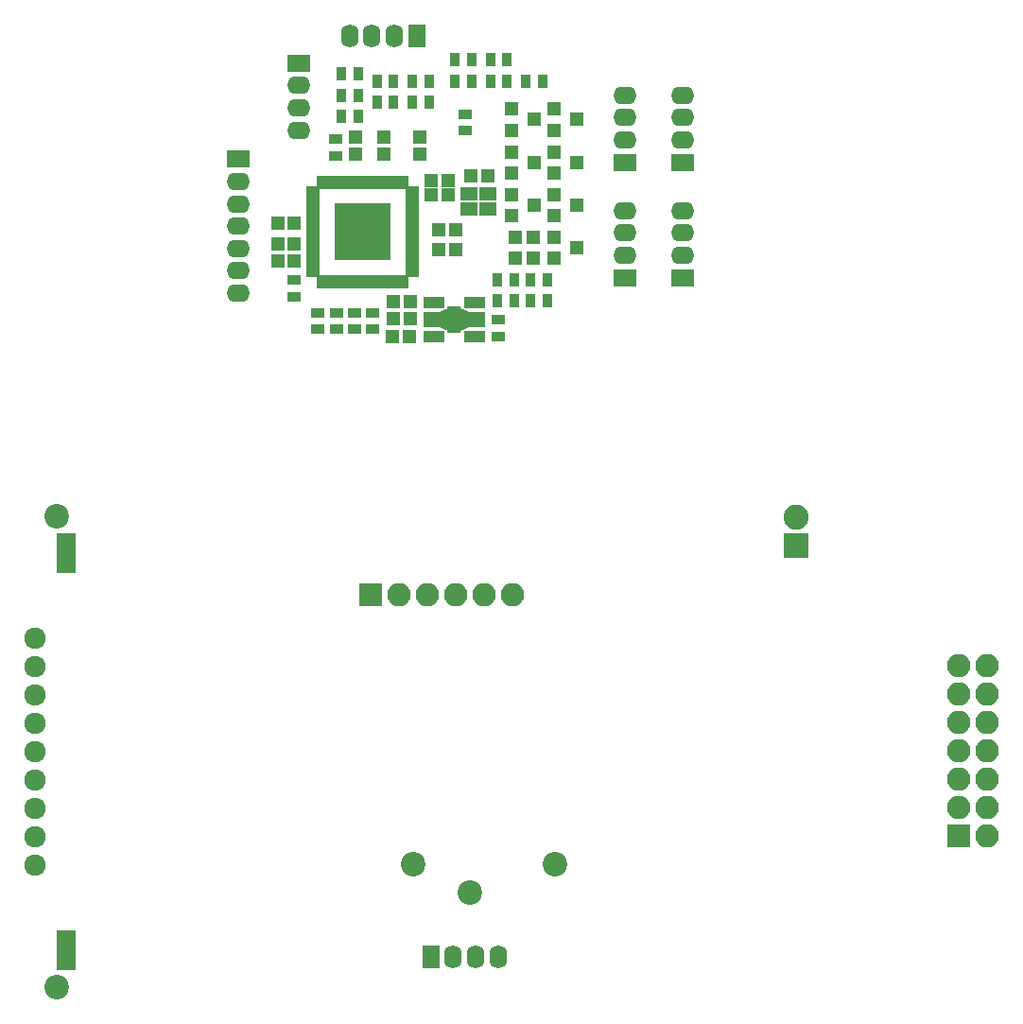
<source format=gts>
G04 #@! TF.FileFunction,Legend,Top*
%FSLAX46Y46*%
G04 Gerber Fmt 4.6, Leading zero omitted, Abs format (unit mm)*
G04 Created by KiCad (PCBNEW 4.0.7) date *
%MOMM*%
%LPD*%
G01*
G04 APERTURE LIST*
%ADD10C,0.100000*%
%ADD11R,2.100000X1.600000*%
%ADD12O,2.100000X1.600000*%
%ADD13R,1.600000X2.100000*%
%ADD14O,1.600000X2.100000*%
%ADD15R,1.300000X0.900000*%
%ADD16R,1.200000X1.150000*%
%ADD17R,1.150000X1.200000*%
%ADD18R,1.200000X1.200000*%
%ADD19R,1.300000X1.200000*%
%ADD20R,0.900000X1.300000*%
%ADD21R,1.900000X1.100000*%
%ADD22R,1.900000X1.400000*%
%ADD23R,1.200000X2.400000*%
%ADD24R,0.650000X1.250000*%
%ADD25R,0.700000X1.250000*%
%ADD26R,0.700000X1.200000*%
%ADD27R,1.200000X0.650000*%
%ADD28R,1.250000X0.700000*%
%ADD29R,1.250000X0.650000*%
%ADD30R,0.650000X1.200000*%
%ADD31R,2.750000X2.750000*%
%ADD32R,1.500000X1.300000*%
%ADD33C,1.924000*%
%ADD34R,1.800000X3.600000*%
%ADD35C,2.200000*%
%ADD36R,2.250000X2.250000*%
%ADD37C,2.250000*%
%ADD38R,2.100000X2.100000*%
%ADD39O,2.100000X2.100000*%
G04 APERTURE END LIST*
D10*
D11*
X83540000Y-91000000D03*
D12*
X83540000Y-93000000D03*
X83540000Y-95000000D03*
X83540000Y-97000000D03*
D13*
X94081000Y-88551000D03*
D14*
X92081000Y-88551000D03*
X90081000Y-88551000D03*
X88081000Y-88551000D03*
D15*
X85254500Y-113340000D03*
X85254500Y-114840000D03*
X83095500Y-111895000D03*
X83095500Y-110395000D03*
D16*
X91946000Y-115475000D03*
X93446000Y-115475000D03*
X98931000Y-101124000D03*
X100431000Y-101124000D03*
D17*
X93509500Y-113887500D03*
X93509500Y-112387500D03*
X91160000Y-97655500D03*
X91160000Y-99155500D03*
X88620000Y-97655500D03*
X88620000Y-99155500D03*
D16*
X97549500Y-105950000D03*
X96049500Y-105950000D03*
X97549500Y-107664500D03*
X96049500Y-107664500D03*
D17*
X94335000Y-97655500D03*
X94335000Y-99155500D03*
X91985500Y-113863500D03*
X91985500Y-112363500D03*
D16*
X81635000Y-105315000D03*
X83135000Y-105315000D03*
X96875000Y-102775000D03*
X95375000Y-102775000D03*
X96875000Y-101505000D03*
X95375000Y-101505000D03*
D17*
X83135000Y-108720000D03*
X83135000Y-107220000D03*
X81635000Y-108720000D03*
X81635000Y-107220000D03*
D18*
X102895000Y-106585000D03*
X104495000Y-106585000D03*
X102895000Y-108490000D03*
X104495000Y-108490000D03*
D19*
X106400000Y-102780000D03*
X106400000Y-104680000D03*
X108400000Y-103730000D03*
X106400000Y-106590000D03*
X106400000Y-108490000D03*
X108400000Y-107540000D03*
X102590000Y-102780000D03*
X102590000Y-104680000D03*
X104590000Y-103730000D03*
X102590000Y-98970000D03*
X102590000Y-100870000D03*
X104590000Y-99920000D03*
X102590000Y-95096500D03*
X102590000Y-96996500D03*
X104590000Y-96046500D03*
X106400000Y-98970000D03*
X106400000Y-100870000D03*
X108400000Y-99920000D03*
X106400000Y-95096500D03*
X106400000Y-96996500D03*
X108400000Y-96046500D03*
D11*
X78079000Y-99601500D03*
D12*
X78079000Y-101601500D03*
X78079000Y-103601500D03*
X78079000Y-105601500D03*
X78079000Y-107601500D03*
X78079000Y-109601500D03*
X78079000Y-111601500D03*
D11*
X112750000Y-110204500D03*
D12*
X112750000Y-108204500D03*
X112750000Y-106204500D03*
X112750000Y-104204500D03*
D11*
X112750000Y-99885500D03*
D12*
X112750000Y-97885500D03*
X112750000Y-95885500D03*
X112750000Y-93885500D03*
D11*
X117893500Y-99885000D03*
D12*
X117893500Y-97885000D03*
X117893500Y-95885000D03*
X117893500Y-93885000D03*
D11*
X117893500Y-110204500D03*
D12*
X117893500Y-108204500D03*
X117893500Y-106204500D03*
X117893500Y-104204500D03*
D15*
X101383500Y-115475000D03*
X101383500Y-113975000D03*
D20*
X101320000Y-110395000D03*
X102820000Y-110395000D03*
D15*
X88493000Y-114840000D03*
X88493000Y-113340000D03*
X90144000Y-113340000D03*
X90144000Y-114840000D03*
X86842000Y-97782500D03*
X86842000Y-99282500D03*
D20*
X101320000Y-112300000D03*
X102820000Y-112300000D03*
D15*
X86905500Y-113340000D03*
X86905500Y-114840000D03*
X98399000Y-97060000D03*
X98399000Y-95560000D03*
D20*
X103860000Y-92615000D03*
X105360000Y-92615000D03*
X100685000Y-90710000D03*
X102185000Y-90710000D03*
X104265000Y-112300000D03*
X105765000Y-112300000D03*
X104265000Y-110395000D03*
X105765000Y-110395000D03*
X87350000Y-95790000D03*
X88850000Y-95790000D03*
X90525000Y-94520000D03*
X92025000Y-94520000D03*
X93700000Y-94520000D03*
X95200000Y-94520000D03*
X87350000Y-93885000D03*
X88850000Y-93885000D03*
X87350000Y-91980000D03*
X88850000Y-91980000D03*
X93700000Y-92615000D03*
X95200000Y-92615000D03*
X100685000Y-92615000D03*
X102185000Y-92615000D03*
X97510000Y-92615000D03*
X99010000Y-92615000D03*
X90525000Y-92615000D03*
X92025000Y-92615000D03*
X97510000Y-90710000D03*
X99010000Y-90710000D03*
D10*
G36*
X97255000Y-115175000D02*
X96105000Y-114675000D01*
X96105000Y-113275000D01*
X97255000Y-112775000D01*
X97255000Y-115175000D01*
X97255000Y-115175000D01*
G37*
D21*
X95605000Y-115475000D03*
X95605000Y-112475000D03*
X99305000Y-115475000D03*
D22*
X99305000Y-113975000D03*
D21*
X99305000Y-112475000D03*
D22*
X95605000Y-113975000D03*
D10*
G36*
X97655000Y-112775000D02*
X98805000Y-113275000D01*
X98805000Y-114675000D01*
X97655000Y-115175000D01*
X97655000Y-112775000D01*
X97655000Y-112775000D01*
G37*
D23*
X97455000Y-113975000D03*
D24*
X93000000Y-101655000D03*
D25*
X92500000Y-101655000D03*
X92000000Y-101655000D03*
X91500000Y-101655000D03*
X91000000Y-101655000D03*
X90500000Y-101655000D03*
X90000000Y-101655000D03*
X89500000Y-101655000D03*
X89000000Y-101655000D03*
X88500000Y-101655000D03*
X88000000Y-101655000D03*
X87500000Y-101655000D03*
X87000000Y-101655000D03*
X86500000Y-101655000D03*
X86000000Y-101655000D03*
D26*
X85500000Y-101655000D03*
D27*
X84800000Y-102355000D03*
D28*
X84800000Y-102855000D03*
X84800000Y-103355000D03*
X84800000Y-103855000D03*
X84800000Y-104355000D03*
X84800000Y-104855000D03*
X84800000Y-105355000D03*
X84800000Y-105855000D03*
X84800000Y-106355000D03*
X84800000Y-106855000D03*
X84800000Y-107355000D03*
X84800000Y-107855000D03*
X84800000Y-108355000D03*
X84800000Y-108855000D03*
X84800000Y-109355000D03*
D29*
X84800000Y-109855000D03*
D30*
X85500000Y-110555000D03*
D25*
X86000000Y-110555000D03*
X86500000Y-110555000D03*
X87000000Y-110555000D03*
X87500000Y-110555000D03*
X88000000Y-110555000D03*
X88500000Y-110555000D03*
X89000000Y-110555000D03*
X89500000Y-110555000D03*
X90000000Y-110555000D03*
X90500000Y-110555000D03*
X91000000Y-110555000D03*
X91500000Y-110555000D03*
X92000000Y-110555000D03*
X92500000Y-110555000D03*
D24*
X93000000Y-110555000D03*
D27*
X93700000Y-109855000D03*
D28*
X93700000Y-109355000D03*
X93700000Y-108855000D03*
X93700000Y-108355000D03*
X93700000Y-107855000D03*
X93700000Y-107355000D03*
X93700000Y-106855000D03*
X93700000Y-106355000D03*
X93700000Y-105855000D03*
X93700000Y-105355000D03*
X93700000Y-104855000D03*
X93700000Y-104355000D03*
X93700000Y-103855000D03*
X93700000Y-103355000D03*
X93700000Y-102855000D03*
D27*
X93700000Y-102355000D03*
D31*
X90425000Y-104930000D03*
X90425000Y-107280000D03*
X88075000Y-104930000D03*
X88075000Y-107280000D03*
D32*
X100480000Y-102745000D03*
X98780000Y-102745000D03*
X98780000Y-104045000D03*
X100480000Y-104045000D03*
D33*
X59920000Y-142500000D03*
X59920000Y-145040000D03*
X59920000Y-147580000D03*
X59920000Y-150120000D03*
X59920000Y-152660000D03*
X59920000Y-155200000D03*
X59920000Y-157740000D03*
X59920000Y-160280000D03*
X59920000Y-162820000D03*
D34*
X62670000Y-170460000D03*
X62670000Y-134860000D03*
D35*
X61860000Y-131560000D03*
X61860000Y-173760000D03*
D36*
X128030000Y-134195000D03*
D37*
X128030000Y-131695000D03*
D38*
X89930000Y-138640000D03*
D39*
X92470000Y-138640000D03*
X95010000Y-138640000D03*
X97550000Y-138640000D03*
X100090000Y-138640000D03*
X102630000Y-138640000D03*
D13*
X95360000Y-171025000D03*
D14*
X97360000Y-171025000D03*
X99360000Y-171025000D03*
X101360000Y-171025000D03*
D38*
X142635000Y-160230000D03*
D39*
X145175000Y-160230000D03*
X142635000Y-157690000D03*
X145175000Y-157690000D03*
X142635000Y-155150000D03*
X145175000Y-155150000D03*
X142635000Y-152610000D03*
X145175000Y-152610000D03*
X142635000Y-150070000D03*
X145175000Y-150070000D03*
X142635000Y-147530000D03*
X145175000Y-147530000D03*
X142635000Y-144990000D03*
X145175000Y-144990000D03*
D35*
X106440000Y-162770000D03*
X98820000Y-165310000D03*
X93740000Y-162770000D03*
M02*

</source>
